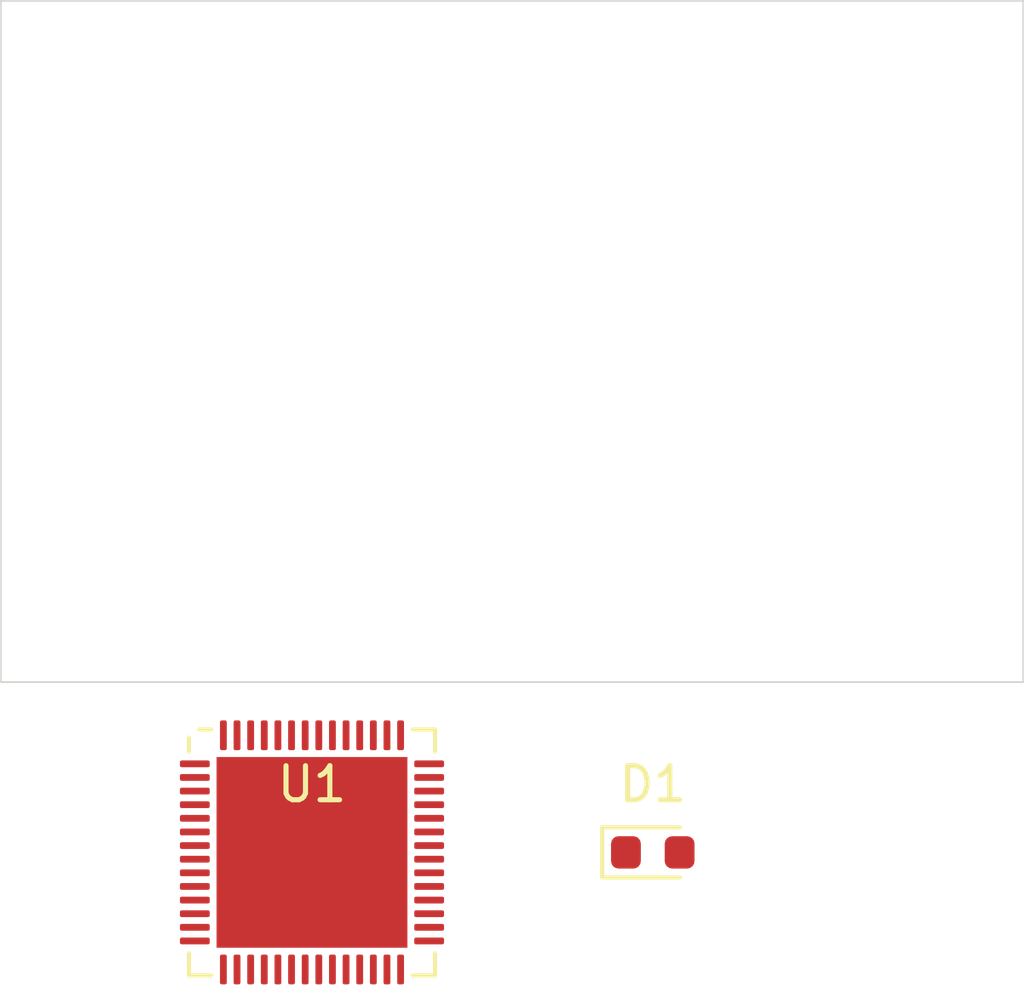
<source format=kicad_pcb>
(kicad_pcb (version 20241229) (generator "pcbnew") (generator_version "9.0")
  (layers (0 "F.Cu" signal) (2 "B.Cu" signal) (13 "F.Paste" user) (15 "B.Paste" user) (5 "F.SilkS" user "F.Silkscreen") (7 "B.SilkS" user "B.Silkscreen") (1 "F.Mask" user) (3 "B.Mask" user) (25 "Edge.Cuts" user))
  (net 0 "")
  (net 1 "VCC_3V3")
  (net 2 "SCL_IMU")
  (net 3 "SDA_IMU")
  (net 4 "NEOPIXEL_DATA")
  (net 5 "USB_DM")
  (net 6 "USB_DP")
  (net 7 "GND")
  (net 8 "VBUS")
  (footprint "Package_DFN_QFN:QFN-56-1EP_7x7mm_P0.4mm_EP5.6x5.6mm" (layer "F.Cu") (at 9.130000000000003 25.0)
    (property "Reference" "U1" (at 0 -2 0) (layer "F.SilkS") (effects (font (size 1.0 1.0))))
    (property "Value" "")
    (fp_line (start -3.61 -2.96) (end -3.61 -3.37) (stroke (width 0.12)) (layer "F.SilkS"))
    (fp_line (start -3.61 3.61) (end -3.61 2.96) (stroke (width 0.12)) (layer "F.SilkS"))
    (fp_line (start -2.96 -3.61) (end -3.31 -3.61) (stroke (width 0.12)) (layer "F.SilkS"))
    (fp_line (start -2.96 3.61) (end -3.61 3.61) (stroke (width 0.12)) (layer "F.SilkS"))
    (fp_line (start 2.96 -3.61) (end 3.61 -3.61) (stroke (width 0.12)) (layer "F.SilkS"))
    (fp_line (start 2.96 3.61) (end 3.61 3.61) (stroke (width 0.12)) (layer "F.SilkS"))
    (fp_line (start 3.61 -3.61) (end 3.61 -2.96) (stroke (width 0.12)) (layer "F.SilkS"))
    (fp_line (start 3.61 3.61) (end 3.61 2.96) (stroke (width 0.12)) (layer "F.SilkS"))
    (pad "1" smd roundrect (at -3.4375 -2.6) (size 0.875 0.2) (layers "F.Cu" "F.Paste" "F.Mask"))
    (pad "2" smd roundrect (at -3.4375 -2.2) (size 0.875 0.2) (layers "F.Cu" "F.Paste" "F.Mask") (net 1 "VCC_3V3"))
    (pad "3" smd roundrect (at -3.4375 -1.8) (size 0.875 0.2) (layers "F.Cu" "F.Paste" "F.Mask") (net 1 "VCC_3V3"))
    (pad "4" smd roundrect (at -3.4375 -1.4) (size 0.875 0.2) (layers "F.Cu" "F.Paste" "F.Mask"))
    (pad "5" smd roundrect (at -3.4375 -1.0) (size 0.875 0.2) (layers "F.Cu" "F.Paste" "F.Mask"))
    (pad "6" smd roundrect (at -3.4375 -0.6) (size 0.875 0.2) (layers "F.Cu" "F.Paste" "F.Mask"))
    (pad "7" smd roundrect (at -3.4375 -0.2) (size 0.875 0.2) (layers "F.Cu" "F.Paste" "F.Mask"))
    (pad "8" smd roundrect (at -3.4375 0.2) (size 0.875 0.2) (layers "F.Cu" "F.Paste" "F.Mask"))
    (pad "9" smd roundrect (at -3.4375 0.6) (size 0.875 0.2) (layers "F.Cu" "F.Paste" "F.Mask"))
    (pad "10" smd roundrect (at -3.4375 1.0) (size 0.875 0.2) (layers "F.Cu" "F.Paste" "F.Mask"))
    (pad "11" smd roundrect (at -3.4375 1.4) (size 0.875 0.2) (layers "F.Cu" "F.Paste" "F.Mask"))
    (pad "12" smd roundrect (at -3.4375 1.8) (size 0.875 0.2) (layers "F.Cu" "F.Paste" "F.Mask"))
    (pad "13" smd roundrect (at -3.4375 2.2) (size 0.875 0.2) (layers "F.Cu" "F.Paste" "F.Mask") (net 2 "SCL_IMU"))
    (pad "14" smd roundrect (at -3.4375 2.6) (size 0.875 0.2) (layers "F.Cu" "F.Paste" "F.Mask") (net 3 "SDA_IMU"))
    (pad "15" smd roundrect (at -2.6 3.4375) (size 0.2 0.875) (layers "F.Cu" "F.Paste" "F.Mask") (net 4 "NEOPIXEL_DATA"))
    (pad "16" smd roundrect (at -2.2 3.4375) (size 0.2 0.875) (layers "F.Cu" "F.Paste" "F.Mask"))
    (pad "17" smd roundrect (at -1.8 3.4375) (size 0.2 0.875) (layers "F.Cu" "F.Paste" "F.Mask"))
    (pad "18" smd roundrect (at -1.4 3.4375) (size 0.2 0.875) (layers "F.Cu" "F.Paste" "F.Mask"))
    (pad "19" smd roundrect (at -1.0 3.4375) (size 0.2 0.875) (layers "F.Cu" "F.Paste" "F.Mask"))
    (pad "20" smd roundrect (at -0.6 3.4375) (size 0.2 0.875) (layers "F.Cu" "F.Paste" "F.Mask") (net 1 "VCC_3V3"))
    (pad "21" smd roundrect (at -0.2 3.4375) (size 0.2 0.875) (layers "F.Cu" "F.Paste" "F.Mask"))
    (pad "22" smd roundrect (at 0.2 3.4375) (size 0.2 0.875) (layers "F.Cu" "F.Paste" "F.Mask"))
    (pad "23" smd roundrect (at 0.6 3.4375) (size 0.2 0.875) (layers "F.Cu" "F.Paste" "F.Mask"))
    (pad "24" smd roundrect (at 1.0 3.4375) (size 0.2 0.875) (layers "F.Cu" "F.Paste" "F.Mask"))
    (pad "25" smd roundrect (at 1.4 3.4375) (size 0.2 0.875) (layers "F.Cu" "F.Paste" "F.Mask") (net 5 "USB_DM"))
    (pad "26" smd roundrect (at 1.8 3.4375) (size 0.2 0.875) (layers "F.Cu" "F.Paste" "F.Mask") (net 6 "USB_DP"))
    (pad "27" smd roundrect (at 2.2 3.4375) (size 0.2 0.875) (layers "F.Cu" "F.Paste" "F.Mask"))
    (pad "28" smd roundrect (at 2.6 3.4375) (size 0.2 0.875) (layers "F.Cu" "F.Paste" "F.Mask"))
    (pad "29" smd roundrect (at 3.4375 2.6) (size 0.875 0.2) (layers "F.Cu" "F.Paste" "F.Mask") (net 1 "VCC_3V3"))
    (pad "30" smd roundrect (at 3.4375 2.2) (size 0.875 0.2) (layers "F.Cu" "F.Paste" "F.Mask"))
    (pad "31" smd roundrect (at 3.4375 1.8) (size 0.875 0.2) (layers "F.Cu" "F.Paste" "F.Mask"))
    (pad "32" smd roundrect (at 3.4375 1.4) (size 0.875 0.2) (layers "F.Cu" "F.Paste" "F.Mask"))
    (pad "33" smd roundrect (at 3.4375 1.0) (size 0.875 0.2) (layers "F.Cu" "F.Paste" "F.Mask"))
    (pad "34" smd roundrect (at 3.4375 0.6) (size 0.875 0.2) (layers "F.Cu" "F.Paste" "F.Mask"))
    (pad "35" smd roundrect (at 3.4375 0.2) (size 0.875 0.2) (layers "F.Cu" "F.Paste" "F.Mask"))
    (pad "36" smd roundrect (at 3.4375 -0.2) (size 0.875 0.2) (layers "F.Cu" "F.Paste" "F.Mask"))
    (pad "37" smd roundrect (at 3.4375 -0.6) (size 0.875 0.2) (layers "F.Cu" "F.Paste" "F.Mask"))
    (pad "38" smd roundrect (at 3.4375 -1.0) (size 0.875 0.2) (layers "F.Cu" "F.Paste" "F.Mask"))
    (pad "39" smd roundrect (at 3.4375 -1.4) (size 0.875 0.2) (layers "F.Cu" "F.Paste" "F.Mask"))
    (pad "40" smd roundrect (at 3.4375 -1.8) (size 0.875 0.2) (layers "F.Cu" "F.Paste" "F.Mask"))
    (pad "41" smd roundrect (at 3.4375 -2.2) (size 0.875 0.2) (layers "F.Cu" "F.Paste" "F.Mask"))
    (pad "42" smd roundrect (at 3.4375 -2.6) (size 0.875 0.2) (layers "F.Cu" "F.Paste" "F.Mask"))
    (pad "43" smd roundrect (at 2.6 -3.4375) (size 0.2 0.875) (layers "F.Cu" "F.Paste" "F.Mask"))
    (pad "44" smd roundrect (at 2.2 -3.4375) (size 0.2 0.875) (layers "F.Cu" "F.Paste" "F.Mask"))
    (pad "45" smd roundrect (at 1.8 -3.4375) (size 0.2 0.875) (layers "F.Cu" "F.Paste" "F.Mask"))
    (pad "46" smd roundrect (at 1.4 -3.4375) (size 0.2 0.875) (layers "F.Cu" "F.Paste" "F.Mask") (net 1 "VCC_3V3"))
    (pad "47" smd roundrect (at 1.0 -3.4375) (size 0.2 0.875) (layers "F.Cu" "F.Paste" "F.Mask"))
    (pad "48" smd roundrect (at 0.6 -3.4375) (size 0.2 0.875) (layers "F.Cu" "F.Paste" "F.Mask"))
    (pad "49" smd roundrect (at 0.2 -3.4375) (size 0.2 0.875) (layers "F.Cu" "F.Paste" "F.Mask"))
    (pad "50" smd roundrect (at -0.2 -3.4375) (size 0.2 0.875) (layers "F.Cu" "F.Paste" "F.Mask"))
    (pad "51" smd roundrect (at -0.6 -3.4375) (size 0.2 0.875) (layers "F.Cu" "F.Paste" "F.Mask"))
    (pad "52" smd roundrect (at -1.0 -3.4375) (size 0.2 0.875) (layers "F.Cu" "F.Paste" "F.Mask"))
    (pad "53" smd roundrect (at -1.4 -3.4375) (size 0.2 0.875) (layers "F.Cu" "F.Paste" "F.Mask"))
    (pad "54" smd roundrect (at -1.8 -3.4375) (size 0.2 0.875) (layers "F.Cu" "F.Paste" "F.Mask"))
    (pad "55" smd roundrect (at -2.2 -3.4375) (size 0.2 0.875) (layers "F.Cu" "F.Paste" "F.Mask") (net 1 "VCC_3V3"))
    (pad "56" smd roundrect (at -2.6 -3.4375) (size 0.2 0.875) (layers "F.Cu" "F.Paste" "F.Mask") (net 1 "VCC_3V3"))
    (pad "57" smd rect (size 5.6 5.6) (layers "F.Cu" "F.Mask") (net 7 "GND") (property pad_prop_heatsink))
  )
  (footprint "LED_SMD:LED_0603_1608Metric" (layer "F.Cu") (at 19.130000000000003 25.0)
    (property "Reference" "D1" (at 0 -2 0) (layer "F.SilkS") (effects (font (size 1.0 1.0))))
    (property "Value" "")
    (fp_line (start -1.485 -0.735) (end -1.485 0.735) (stroke (width 0.12)) (layer "F.SilkS"))
    (fp_line (start -1.485 0.735) (end 0.8 0.735) (stroke (width 0.12)) (layer "F.SilkS"))
    (fp_line (start 0.8 -0.735) (end -1.485 -0.735) (stroke (width 0.12)) (layer "F.SilkS"))
    (pad "1" smd roundrect (at -0.7875 0.0) (size 0.875 0.95) (layers "F.Cu" "F.Mask" "F.Paste") (net 4 "NEOPIXEL_DATA"))
    (pad "2" smd roundrect (at 0.7875 0.0) (size 0.875 0.95) (layers "F.Cu" "F.Mask" "F.Paste") (net 7 "GND"))
  )
  (gr_rect (start 0 0) (end 30.0 20.0) (stroke (width 0.05)) (fill no) (layer "Edge.Cuts"))
)
</source>
